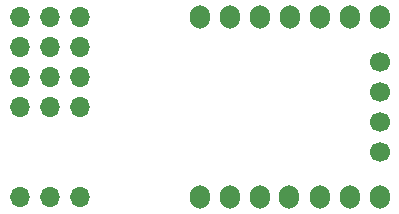
<source format=gbs>
G04 #@! TF.GenerationSoftware,KiCad,Pcbnew,6.0.11*
G04 #@! TF.CreationDate,2025-02-19T14:47:37+01:00*
G04 #@! TF.ProjectId,JetiMiniVarioPCB,4a657469-4d69-46e6-9956-6172696f5043,rev?*
G04 #@! TF.SameCoordinates,Original*
G04 #@! TF.FileFunction,Soldermask,Bot*
G04 #@! TF.FilePolarity,Negative*
%FSLAX46Y46*%
G04 Gerber Fmt 4.6, Leading zero omitted, Abs format (unit mm)*
G04 Created by KiCad (PCBNEW 6.0.11) date 2025-02-19 14:47:37*
%MOMM*%
%LPD*%
G01*
G04 APERTURE LIST*
%ADD10C,1.700000*%
%ADD11O,1.700000X1.700000*%
%ADD12O,1.700000X1.998980*%
G04 APERTURE END LIST*
D10*
X114300000Y-77470000D03*
X114300000Y-72390000D03*
D11*
X88900000Y-73660000D03*
X86360000Y-73660000D03*
X83820000Y-73660000D03*
X88900000Y-83820000D03*
X86360000Y-83820000D03*
X83820000Y-83820000D03*
D12*
X114300000Y-68580000D03*
X111760000Y-68580000D03*
X109220000Y-68580000D03*
X106680000Y-68580000D03*
X104140000Y-68580000D03*
X101600000Y-68580000D03*
X99060000Y-68580000D03*
X99060000Y-83820000D03*
X101600000Y-83820000D03*
X104140000Y-83820000D03*
X106659680Y-83820000D03*
X109220000Y-83820000D03*
X111760000Y-83820000D03*
X114300000Y-83820000D03*
D10*
X114300000Y-80010000D03*
D11*
X88900000Y-76200000D03*
X86360000Y-76200000D03*
X83820000Y-76200000D03*
X88900000Y-68580000D03*
X86360000Y-68580000D03*
X83820000Y-68580000D03*
D10*
X114300000Y-74930000D03*
D11*
X88900000Y-71120000D03*
X86360000Y-71120000D03*
X83820000Y-71120000D03*
M02*

</source>
